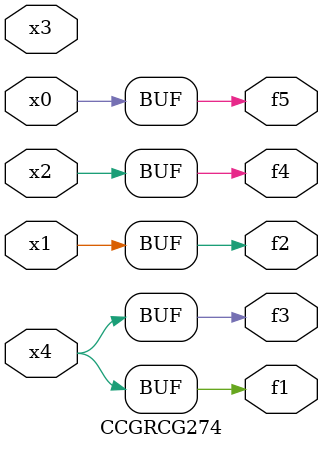
<source format=v>
module CCGRCG274(
	input x0, x1, x2, x3, x4,
	output f1, f2, f3, f4, f5
);
	assign f1 = x4;
	assign f2 = x1;
	assign f3 = x4;
	assign f4 = x2;
	assign f5 = x0;
endmodule

</source>
